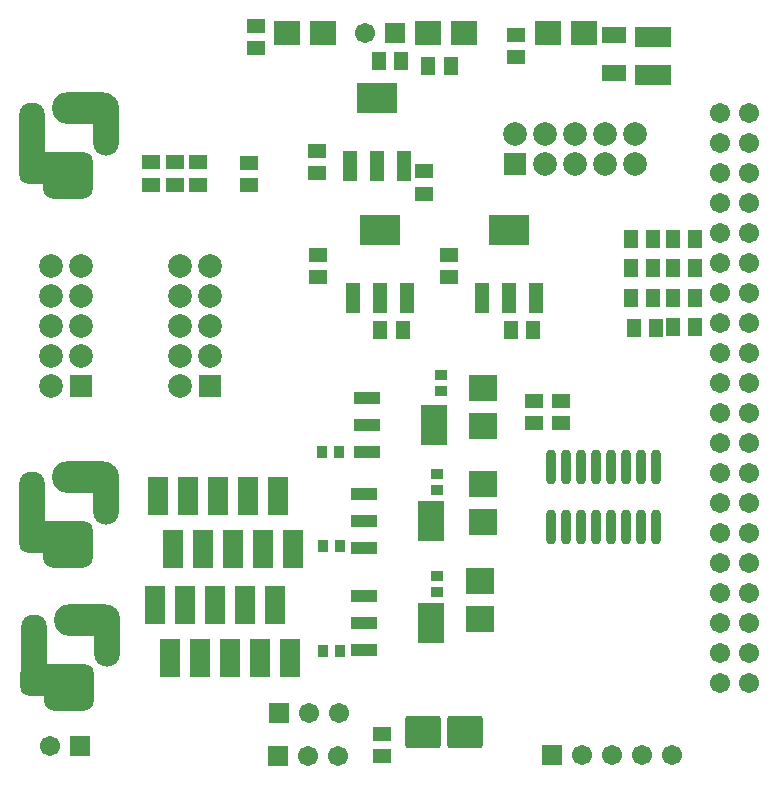
<source format=gts>
%FSAX25Y25*%
%MOIN*%
G70*
G01*
G75*
G04 Layer_Color=8388736*
%ADD10R,0.02756X0.03543*%
%ADD11R,0.08661X0.07874*%
%ADD12R,0.03543X0.02756*%
%ADD13R,0.08071X0.07480*%
%ADD14R,0.07284X0.04921*%
%ADD15R,0.11417X0.06102*%
G04:AMPARAMS|DCode=16|XSize=50mil|YSize=100mil|CornerRadius=6.25mil|HoleSize=0mil|Usage=FLASHONLY|Rotation=0.000|XOffset=0mil|YOffset=0mil|HoleType=Round|Shape=RoundedRectangle|*
%AMROUNDEDRECTD16*
21,1,0.05000,0.08750,0,0,0.0*
21,1,0.03750,0.10000,0,0,0.0*
1,1,0.01250,0.01875,-0.04375*
1,1,0.01250,-0.01875,-0.04375*
1,1,0.01250,-0.01875,0.04375*
1,1,0.01250,0.01875,0.04375*
%
%ADD16ROUNDEDRECTD16*%
%ADD17R,0.05118X0.04331*%
%ADD18R,0.04331X0.05118*%
%ADD19R,0.03937X0.09449*%
%ADD20R,0.12992X0.09449*%
%ADD21R,0.08268X0.12598*%
%ADD22R,0.08268X0.03543*%
%ADD23O,0.02756X0.10827*%
%ADD24R,0.05906X0.11811*%
%ADD25C,0.04000*%
%ADD26C,0.02000*%
%ADD27C,0.10000*%
%ADD28C,0.01500*%
%ADD29C,0.03500*%
%ADD30C,0.07087*%
%ADD31R,0.06394X0.06394*%
%ADD32C,0.05906*%
%ADD33R,0.05906X0.05906*%
%ADD34R,0.06394X0.06394*%
%ADD35O,0.07874X0.25590*%
G04:AMPARAMS|DCode=36|XSize=157.48mil|YSize=118.11mil|CornerRadius=29.53mil|HoleSize=0mil|Usage=FLASHONLY|Rotation=180.000|XOffset=0mil|YOffset=0mil|HoleType=Round|Shape=RoundedRectangle|*
%AMROUNDEDRECTD36*
21,1,0.15748,0.05906,0,0,180.0*
21,1,0.09843,0.11811,0,0,180.0*
1,1,0.05906,-0.04921,0.02953*
1,1,0.05906,0.04921,0.02953*
1,1,0.05906,0.04921,-0.02953*
1,1,0.05906,-0.04921,-0.02953*
%
%ADD36ROUNDEDRECTD36*%
%ADD37O,0.07874X0.19685*%
%ADD38O,0.21260X0.09843*%
G04:AMPARAMS|DCode=39|XSize=236.22mil|YSize=98.43mil|CornerRadius=24.61mil|HoleSize=0mil|Usage=FLASHONLY|Rotation=180.000|XOffset=0mil|YOffset=0mil|HoleType=Round|Shape=RoundedRectangle|*
%AMROUNDEDRECTD39*
21,1,0.23622,0.04921,0,0,180.0*
21,1,0.18701,0.09843,0,0,180.0*
1,1,0.04921,-0.09350,0.02461*
1,1,0.04921,0.09350,0.02461*
1,1,0.04921,0.09350,-0.02461*
1,1,0.04921,-0.09350,-0.02461*
%
%ADD39ROUNDEDRECTD39*%
%ADD40C,0.16000*%
%ADD41C,0.24410*%
%ADD42C,0.04000*%
%ADD43C,0.05000*%
%ADD44C,0.03200*%
G04:AMPARAMS|DCode=45|XSize=50mil|YSize=100mil|CornerRadius=6.25mil|HoleSize=0mil|Usage=FLASHONLY|Rotation=90.000|XOffset=0mil|YOffset=0mil|HoleType=Round|Shape=RoundedRectangle|*
%AMROUNDEDRECTD45*
21,1,0.05000,0.08750,0,0,90.0*
21,1,0.03750,0.10000,0,0,90.0*
1,1,0.01250,0.04375,0.01875*
1,1,0.01250,0.04375,-0.01875*
1,1,0.01250,-0.04375,-0.01875*
1,1,0.01250,-0.04375,0.01875*
%
%ADD45ROUNDEDRECTD45*%
%ADD46C,0.00787*%
%ADD47C,0.00984*%
%ADD48C,0.01000*%
%ADD49C,0.00500*%
%ADD50C,0.01200*%
%ADD51C,0.00800*%
%ADD52R,0.07284X0.02165*%
G04:AMPARAMS|DCode=53|XSize=118mil|YSize=108mil|CornerRadius=13.5mil|HoleSize=0mil|Usage=FLASHONLY|Rotation=0.000|XOffset=0mil|YOffset=0mil|HoleType=Round|Shape=RoundedRectangle|*
%AMROUNDEDRECTD53*
21,1,0.11800,0.08100,0,0,0.0*
21,1,0.09100,0.10800,0,0,0.0*
1,1,0.02700,0.04550,-0.04050*
1,1,0.02700,-0.04550,-0.04050*
1,1,0.02700,-0.04550,0.04050*
1,1,0.02700,0.04550,0.04050*
%
%ADD53ROUNDEDRECTD53*%
%ADD54R,0.03556X0.04343*%
%ADD55R,0.09461X0.08674*%
%ADD56R,0.04343X0.03556*%
%ADD57R,0.08871X0.08280*%
%ADD58R,0.08083X0.05721*%
%ADD59R,0.12217X0.06902*%
G04:AMPARAMS|DCode=60|XSize=58mil|YSize=108mil|CornerRadius=10.25mil|HoleSize=0mil|Usage=FLASHONLY|Rotation=0.000|XOffset=0mil|YOffset=0mil|HoleType=Round|Shape=RoundedRectangle|*
%AMROUNDEDRECTD60*
21,1,0.05800,0.08750,0,0,0.0*
21,1,0.03750,0.10800,0,0,0.0*
1,1,0.02050,0.01875,-0.04375*
1,1,0.02050,-0.01875,-0.04375*
1,1,0.02050,-0.01875,0.04375*
1,1,0.02050,0.01875,0.04375*
%
%ADD60ROUNDEDRECTD60*%
%ADD61R,0.05918X0.05131*%
%ADD62R,0.05131X0.05918*%
%ADD63R,0.04737X0.10249*%
%ADD64R,0.13792X0.10249*%
%ADD65R,0.09068X0.13398*%
%ADD66R,0.09068X0.04343*%
%ADD67O,0.03556X0.11627*%
%ADD68R,0.06706X0.12611*%
%ADD69C,0.07887*%
%ADD70R,0.07194X0.07194*%
%ADD71C,0.06706*%
%ADD72R,0.06706X0.06706*%
%ADD73R,0.07194X0.07194*%
%ADD74O,0.08674X0.26391*%
G04:AMPARAMS|DCode=75|XSize=165.48mil|YSize=126.11mil|CornerRadius=33.53mil|HoleSize=0mil|Usage=FLASHONLY|Rotation=180.000|XOffset=0mil|YOffset=0mil|HoleType=Round|Shape=RoundedRectangle|*
%AMROUNDEDRECTD75*
21,1,0.16548,0.05906,0,0,180.0*
21,1,0.09843,0.12611,0,0,180.0*
1,1,0.06706,-0.04921,0.02953*
1,1,0.06706,0.04921,0.02953*
1,1,0.06706,0.04921,-0.02953*
1,1,0.06706,-0.04921,-0.02953*
%
%ADD75ROUNDEDRECTD75*%
%ADD76O,0.08674X0.20485*%
%ADD77O,0.22060X0.10642*%
G04:AMPARAMS|DCode=78|XSize=244.22mil|YSize=106.42mil|CornerRadius=28.61mil|HoleSize=0mil|Usage=FLASHONLY|Rotation=180.000|XOffset=0mil|YOffset=0mil|HoleType=Round|Shape=RoundedRectangle|*
%AMROUNDEDRECTD78*
21,1,0.24422,0.04921,0,0,180.0*
21,1,0.18701,0.10642,0,0,180.0*
1,1,0.05721,-0.09350,0.02461*
1,1,0.05721,0.09350,0.02461*
1,1,0.05721,0.09350,-0.02461*
1,1,0.05721,-0.09350,-0.02461*
%
%ADD78ROUNDEDRECTD78*%
D53*
X0224000Y0247500D02*
D03*
X0238000D02*
D03*
D54*
X0195768Y0341032D02*
D03*
X0190256D02*
D03*
X0196268Y0309531D02*
D03*
X0190756D02*
D03*
X0196268Y0274532D02*
D03*
X0190756D02*
D03*
D55*
X0244000Y0349701D02*
D03*
Y0362299D02*
D03*
Y0317701D02*
D03*
Y0330299D02*
D03*
X0243000Y0285201D02*
D03*
Y0297799D02*
D03*
D56*
X0230031Y0361232D02*
D03*
Y0366744D02*
D03*
X0228532Y0328232D02*
D03*
Y0333744D02*
D03*
Y0294232D02*
D03*
Y0299744D02*
D03*
D57*
X0178496Y0480500D02*
D03*
X0190504D02*
D03*
X0225496D02*
D03*
X0237504D02*
D03*
X0265496D02*
D03*
X0277504D02*
D03*
D58*
X0287500Y0467102D02*
D03*
Y0479898D02*
D03*
D59*
X0300500Y0479398D02*
D03*
Y0466602D02*
D03*
D60*
X0221000Y0247500D02*
D03*
X0227000D02*
D03*
X0235000D02*
D03*
X0241000D02*
D03*
D61*
X0141362Y0429933D02*
D03*
Y0437413D02*
D03*
X0133362Y0429933D02*
D03*
Y0437413D02*
D03*
X0210362Y0246913D02*
D03*
Y0239433D02*
D03*
X0148862Y0437413D02*
D03*
Y0429933D02*
D03*
X0166000Y0429760D02*
D03*
Y0437240D02*
D03*
X0168362Y0482913D02*
D03*
Y0475433D02*
D03*
X0254862Y0479913D02*
D03*
Y0472433D02*
D03*
X0189000Y0406740D02*
D03*
Y0399260D02*
D03*
X0260862Y0357913D02*
D03*
Y0350433D02*
D03*
X0232500Y0406740D02*
D03*
Y0399260D02*
D03*
X0269862Y0350433D02*
D03*
Y0357913D02*
D03*
X0224362Y0434413D02*
D03*
Y0426933D02*
D03*
X0188500Y0441240D02*
D03*
Y0433760D02*
D03*
D62*
X0209122Y0471173D02*
D03*
X0216602D02*
D03*
X0314740Y0382500D02*
D03*
X0307260D02*
D03*
X0314740Y0392333D02*
D03*
X0307260D02*
D03*
X0314740Y0402167D02*
D03*
X0307260D02*
D03*
X0314740Y0412000D02*
D03*
X0307260D02*
D03*
X0301602Y0382173D02*
D03*
X0294122D02*
D03*
X0300740Y0392333D02*
D03*
X0293260D02*
D03*
X0300740Y0402167D02*
D03*
X0293260D02*
D03*
X0300740Y0412000D02*
D03*
X0293260D02*
D03*
X0225622Y0469673D02*
D03*
X0233102D02*
D03*
X0217240Y0381500D02*
D03*
X0209760D02*
D03*
X0260740D02*
D03*
X0253260D02*
D03*
D63*
X0200445Y0392083D02*
D03*
X0209500D02*
D03*
X0218555D02*
D03*
X0243445D02*
D03*
X0252500D02*
D03*
X0261555D02*
D03*
X0199445Y0436083D02*
D03*
X0208500D02*
D03*
X0217555D02*
D03*
D64*
X0209500Y0414917D02*
D03*
X0252500D02*
D03*
X0208500Y0458917D02*
D03*
D65*
X0227720Y0350000D02*
D03*
X0226720Y0318000D02*
D03*
Y0284000D02*
D03*
D66*
X0205279Y0340945D02*
D03*
Y0350000D02*
D03*
Y0359055D02*
D03*
X0204279Y0308945D02*
D03*
Y0318000D02*
D03*
Y0327055D02*
D03*
Y0274945D02*
D03*
Y0284000D02*
D03*
Y0293055D02*
D03*
D67*
X0266500Y0315961D02*
D03*
X0271500D02*
D03*
X0276500D02*
D03*
X0281500D02*
D03*
X0286500D02*
D03*
X0291500D02*
D03*
X0296500D02*
D03*
X0301500D02*
D03*
X0266500Y0336039D02*
D03*
X0271500D02*
D03*
X0276500D02*
D03*
X0281500D02*
D03*
X0286500D02*
D03*
X0291500D02*
D03*
X0296500D02*
D03*
X0301500D02*
D03*
D68*
X0179441Y0272142D02*
D03*
X0174441Y0289858D02*
D03*
X0169441Y0272142D02*
D03*
X0164559Y0289858D02*
D03*
X0159441Y0272142D02*
D03*
X0154559Y0289858D02*
D03*
X0149559Y0272142D02*
D03*
X0144559Y0289858D02*
D03*
X0139559Y0272142D02*
D03*
X0134559Y0289858D02*
D03*
X0180441Y0308642D02*
D03*
X0175441Y0326358D02*
D03*
X0170441Y0308642D02*
D03*
X0165559Y0326358D02*
D03*
X0160441Y0308642D02*
D03*
X0155559Y0326358D02*
D03*
X0150559Y0308642D02*
D03*
X0145559Y0326358D02*
D03*
X0140559Y0308642D02*
D03*
X0135559Y0326358D02*
D03*
D69*
X0100000Y0363000D02*
D03*
Y0373000D02*
D03*
Y0383000D02*
D03*
Y0393000D02*
D03*
Y0403000D02*
D03*
X0110000D02*
D03*
Y0393000D02*
D03*
Y0383000D02*
D03*
Y0373000D02*
D03*
X0143000Y0363000D02*
D03*
Y0373000D02*
D03*
Y0383000D02*
D03*
Y0393000D02*
D03*
Y0403000D02*
D03*
X0153000D02*
D03*
Y0393000D02*
D03*
Y0383000D02*
D03*
Y0373000D02*
D03*
X0254500Y0447000D02*
D03*
X0264500D02*
D03*
X0274500D02*
D03*
X0284500D02*
D03*
X0294500D02*
D03*
Y0437000D02*
D03*
X0284500D02*
D03*
X0274500D02*
D03*
X0264500D02*
D03*
D70*
X0110000Y0363000D02*
D03*
X0153000D02*
D03*
D71*
X0204500Y0480500D02*
D03*
X0099500Y0243000D02*
D03*
X0323039Y0454000D02*
D03*
Y0444000D02*
D03*
Y0434000D02*
D03*
Y0424000D02*
D03*
Y0414000D02*
D03*
Y0404000D02*
D03*
Y0394000D02*
D03*
Y0384000D02*
D03*
Y0374000D02*
D03*
Y0364000D02*
D03*
Y0354000D02*
D03*
Y0344000D02*
D03*
Y0334000D02*
D03*
Y0324000D02*
D03*
Y0314000D02*
D03*
Y0304000D02*
D03*
Y0294000D02*
D03*
Y0284000D02*
D03*
Y0274000D02*
D03*
Y0264000D02*
D03*
X0332685Y0264000D02*
D03*
Y0274000D02*
D03*
Y0284000D02*
D03*
Y0294000D02*
D03*
Y0304000D02*
D03*
Y0314000D02*
D03*
Y0324000D02*
D03*
Y0334000D02*
D03*
Y0344000D02*
D03*
Y0354000D02*
D03*
Y0364000D02*
D03*
Y0374000D02*
D03*
Y0384000D02*
D03*
Y0394000D02*
D03*
Y0404000D02*
D03*
Y0414000D02*
D03*
Y0424000D02*
D03*
Y0434000D02*
D03*
Y0444000D02*
D03*
Y0454000D02*
D03*
X0196000Y0254000D02*
D03*
X0186000D02*
D03*
X0195500Y0239500D02*
D03*
X0185500D02*
D03*
X0277000Y0240000D02*
D03*
X0287000D02*
D03*
X0297000D02*
D03*
X0307000D02*
D03*
D72*
X0214500Y0480500D02*
D03*
X0109500Y0243000D02*
D03*
X0176000Y0254000D02*
D03*
X0175500Y0239500D02*
D03*
X0267000Y0240000D02*
D03*
D73*
X0254500Y0437000D02*
D03*
D74*
X0093689Y0444161D02*
D03*
X0094189Y0273661D02*
D03*
X0093689Y0321161D02*
D03*
D75*
X0105500Y0431563D02*
D03*
X0106000Y0261063D02*
D03*
X0105500Y0308563D02*
D03*
D76*
X0118098Y0450067D02*
D03*
X0118598Y0279567D02*
D03*
X0118098Y0327067D02*
D03*
D77*
X0111406Y0455500D02*
D03*
X0111906Y0285000D02*
D03*
X0111406Y0332500D02*
D03*
D78*
X0101563Y0435500D02*
D03*
X0102063Y0265000D02*
D03*
X0101563Y0312500D02*
D03*
M02*

</source>
